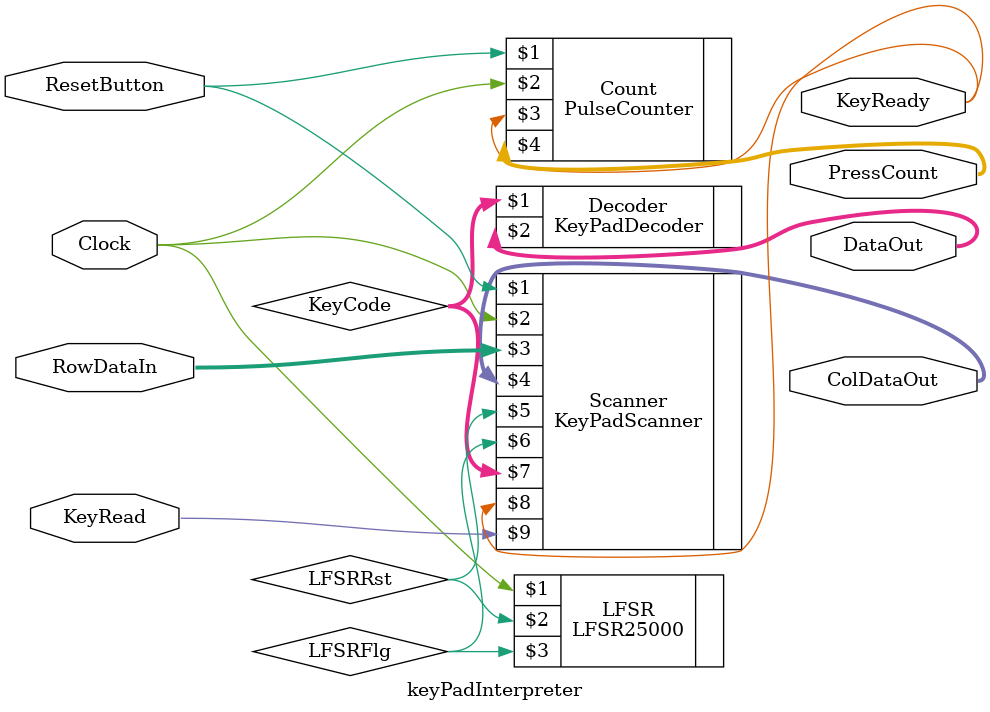
<source format=v>

module keyPadInterpreter(
input  Clock, 
input  ResetButton,
input  KeyRead, 			
input  [3:0] RowDataIn,
output KeyReady,			
output [3:0] DataOut,
output [3:0] ColDataOut,
output [3:0] PressCount
);

//The keypad interpreter accepts typical inputs...
//		Clock, Reset

//As well as KeyPad input/output connections...
//		RowDataIn, ColDataOut

//Important Outputs...
//		KeyReady, PressCount, DataOut

//		KeyReady goes high when a key is ready
//			to be read and does not go down
//			until KeyRead goes high.

//		PressCount is the single hexadigit
//			value describing the number of
//			times a key has been pressed

//		DataOut is the single hexadigit
//			value describing the button
//			most recently pressed.

//Important Inputs...
//		KeyRead must be asserted high for the
//			scanner to continue. The KeyRead
//			signal may only stay high for 8ms
//			at most, it is recommended that the
//			signal not remain high for longer
//			than 4ms.


wire [3:0] KeyCode;
wire LFSRRst;
wire LFSRFlg;

LFSR25000			LFSR     (Clock, LFSRRst, LFSRFlg);
KeyPadScanner     Scanner  (ResetButton, Clock, RowDataIn, ColDataOut, LFSRRst, LFSRFlg, KeyCode, KeyReady, KeyRead);
PulseCounter		Count	 	(ResetButton, Clock, KeyReady, PressCount);
KeyPadDecoder     Decoder  (KeyCode , DataOut);


endmodule
</source>
